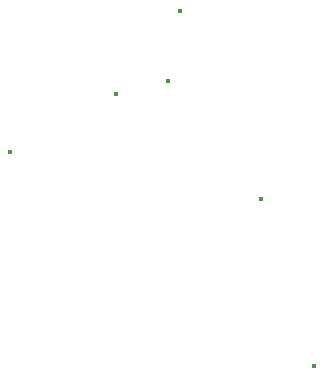
<source format=gbr>
G04 ===== Begin FILE IDENTIFICATION =====*
G04 File Format:  Gerber RS274X*
G04 ===== End FILE IDENTIFICATION =====*
%FSLAX24Y24*%
%MOIN*%
%SFA1.0000B1.0000*%
%OFA0.0B0.0*%
%ADD14C,0.015000*%
%LNhole*%
%IPPOS*%
%LPD*%
G75*
D14*
X-4551Y-8858D03*
X-7630Y-4940D03*
X-9387Y-5360D03*
X-7252Y-2599D03*
X-12914Y-7300D03*
X-2775Y-14425D03*
M02*


</source>
